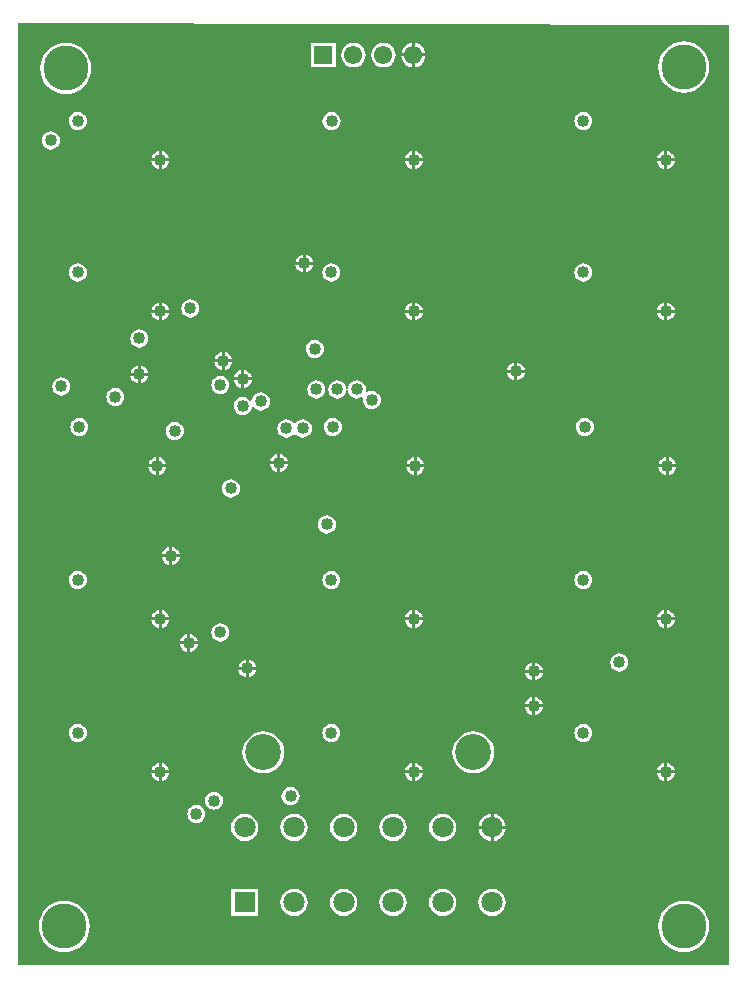
<source format=gbr>
%TF.GenerationSoftware,Altium Limited,Altium Designer,20.0.9 (164)*%
G04 Layer_Physical_Order=3*
G04 Layer_Color=16440176*
%FSLAX26Y26*%
%MOIN*%
%TF.FileFunction,Copper,L3,Inr,Signal*%
%TF.Part,Single*%
G01*
G75*
%TA.AperFunction,ComponentPad*%
%ADD16C,0.070866*%
%ADD17R,0.070866X0.070866*%
%ADD18C,0.119685*%
%ADD19R,0.061024X0.061024*%
%ADD20C,0.061024*%
%TA.AperFunction,ViaPad*%
%ADD21C,0.040000*%
%ADD22C,0.150000*%
G36*
X3645000Y3135000D02*
Y0D01*
X1275000D01*
Y3134989D01*
X1275007Y3136272D01*
X1276550Y3139986D01*
X3645000Y3135000D01*
D02*
G37*
%LPC*%
G36*
X2598752Y3075203D02*
Y3040000D01*
X2633955D01*
X2633221Y3045576D01*
X2629139Y3055431D01*
X2622645Y3063893D01*
X2614182Y3070387D01*
X2604327Y3074469D01*
X2598752Y3075203D01*
D02*
G37*
G36*
X2588752D02*
X2583176Y3074469D01*
X2573321Y3070387D01*
X2564858Y3063893D01*
X2558365Y3055431D01*
X2554283Y3045576D01*
X2553549Y3040000D01*
X2588752D01*
Y3075203D01*
D02*
G37*
G36*
X2633955Y3030000D02*
X2598752D01*
Y2994797D01*
X2604327Y2995531D01*
X2614182Y2999613D01*
X2622645Y3006107D01*
X2629139Y3014569D01*
X2633221Y3024424D01*
X2633955Y3030000D01*
D02*
G37*
G36*
X2588752D02*
X2553549D01*
X2554283Y3024424D01*
X2558365Y3014569D01*
X2564858Y3006107D01*
X2573321Y2999613D01*
X2583176Y2995531D01*
X2588752Y2994797D01*
Y3030000D01*
D02*
G37*
G36*
X2334264Y3075512D02*
X2253240D01*
Y2994488D01*
X2334264D01*
Y3075512D01*
D02*
G37*
G36*
X2493752Y3075861D02*
X2483176Y3074469D01*
X2473321Y3070387D01*
X2464858Y3063893D01*
X2458365Y3055431D01*
X2454283Y3045576D01*
X2452890Y3035000D01*
X2454283Y3024424D01*
X2458365Y3014569D01*
X2464858Y3006107D01*
X2473321Y2999613D01*
X2483176Y2995531D01*
X2493752Y2994139D01*
X2504327Y2995531D01*
X2514182Y2999613D01*
X2522645Y3006107D01*
X2529139Y3014569D01*
X2533221Y3024424D01*
X2534613Y3035000D01*
X2533221Y3045576D01*
X2529139Y3055431D01*
X2522645Y3063893D01*
X2514182Y3070387D01*
X2504327Y3074469D01*
X2493752Y3075861D01*
D02*
G37*
G36*
X2393752D02*
X2383176Y3074469D01*
X2373321Y3070387D01*
X2364858Y3063893D01*
X2358365Y3055431D01*
X2354283Y3045576D01*
X2352890Y3035000D01*
X2354283Y3024424D01*
X2358365Y3014569D01*
X2364858Y3006107D01*
X2373321Y2999613D01*
X2383176Y2995531D01*
X2393752Y2994139D01*
X2404327Y2995531D01*
X2414182Y2999613D01*
X2422645Y3006107D01*
X2429139Y3014569D01*
X2433221Y3024424D01*
X2434613Y3035000D01*
X2433221Y3045576D01*
X2429139Y3055431D01*
X2422645Y3063893D01*
X2414182Y3070387D01*
X2404327Y3074469D01*
X2393752Y3075861D01*
D02*
G37*
G36*
X3495000Y3080411D02*
X3478337Y3078770D01*
X3462314Y3073910D01*
X3447548Y3066017D01*
X3434605Y3055395D01*
X3423983Y3042452D01*
X3416090Y3027686D01*
X3411230Y3011663D01*
X3409589Y2995000D01*
X3411230Y2978337D01*
X3416090Y2962314D01*
X3423983Y2947548D01*
X3434605Y2934605D01*
X3447548Y2923983D01*
X3462314Y2916090D01*
X3478337Y2911230D01*
X3495000Y2909589D01*
X3511663Y2911230D01*
X3527686Y2916090D01*
X3542452Y2923983D01*
X3555395Y2934605D01*
X3566017Y2947548D01*
X3573910Y2962314D01*
X3578770Y2978337D01*
X3580411Y2995000D01*
X3578770Y3011663D01*
X3573910Y3027686D01*
X3566017Y3042452D01*
X3555395Y3055395D01*
X3542452Y3066017D01*
X3527686Y3073910D01*
X3511663Y3078770D01*
X3495000Y3080411D01*
D02*
G37*
G36*
X1435000Y3075411D02*
X1418337Y3073770D01*
X1402314Y3068910D01*
X1387548Y3061017D01*
X1374605Y3050395D01*
X1363983Y3037452D01*
X1356090Y3022686D01*
X1351230Y3006663D01*
X1349589Y2990000D01*
X1351230Y2973337D01*
X1356090Y2957314D01*
X1363983Y2942548D01*
X1374605Y2929605D01*
X1387548Y2918983D01*
X1402314Y2911090D01*
X1418337Y2906230D01*
X1435000Y2904589D01*
X1451663Y2906230D01*
X1467686Y2911090D01*
X1482452Y2918983D01*
X1495395Y2929605D01*
X1506017Y2942548D01*
X1513910Y2957314D01*
X1518770Y2973337D01*
X1520411Y2990000D01*
X1518770Y3006663D01*
X1513910Y3022686D01*
X1506017Y3037452D01*
X1495395Y3050395D01*
X1482452Y3061017D01*
X1467686Y3068910D01*
X1451663Y3073770D01*
X1435000Y3075411D01*
D02*
G37*
G36*
X3160000Y2845259D02*
X3152168Y2844228D01*
X3144871Y2841205D01*
X3138604Y2836396D01*
X3133795Y2830129D01*
X3130772Y2822832D01*
X3129741Y2815000D01*
X3130772Y2807168D01*
X3133795Y2799871D01*
X3138604Y2793604D01*
X3144871Y2788795D01*
X3152168Y2785772D01*
X3160000Y2784741D01*
X3167832Y2785772D01*
X3175129Y2788795D01*
X3181396Y2793604D01*
X3186205Y2799871D01*
X3189228Y2807168D01*
X3190259Y2815000D01*
X3189228Y2822832D01*
X3186205Y2830129D01*
X3181396Y2836396D01*
X3175129Y2841205D01*
X3167832Y2844228D01*
X3160000Y2845259D01*
D02*
G37*
G36*
X1475000D02*
X1467168Y2844228D01*
X1459871Y2841205D01*
X1453604Y2836396D01*
X1448795Y2830129D01*
X1445772Y2822832D01*
X1444741Y2815000D01*
X1445772Y2807168D01*
X1448795Y2799871D01*
X1453604Y2793604D01*
X1459871Y2788795D01*
X1467168Y2785772D01*
X1475000Y2784741D01*
X1482832Y2785772D01*
X1490129Y2788795D01*
X1496396Y2793604D01*
X1501205Y2799871D01*
X1504228Y2807168D01*
X1505259Y2815000D01*
X1504228Y2822832D01*
X1501205Y2830129D01*
X1496396Y2836396D01*
X1490129Y2841205D01*
X1482832Y2844228D01*
X1475000Y2845259D01*
D02*
G37*
G36*
X2320918Y2844341D02*
X2313086Y2843310D01*
X2305788Y2840287D01*
X2299521Y2835479D01*
X2294713Y2829212D01*
X2291690Y2821914D01*
X2290659Y2814082D01*
X2291690Y2806251D01*
X2294713Y2798953D01*
X2299521Y2792686D01*
X2305788Y2787878D01*
X2313086Y2784855D01*
X2320918Y2783824D01*
X2328749Y2784855D01*
X2336047Y2787878D01*
X2342314Y2792686D01*
X2347122Y2798953D01*
X2350145Y2806251D01*
X2351176Y2814082D01*
X2350145Y2821914D01*
X2347122Y2829212D01*
X2342314Y2835479D01*
X2336047Y2840287D01*
X2328749Y2843310D01*
X2320918Y2844341D01*
D02*
G37*
G36*
X1385000Y2780259D02*
X1377168Y2779228D01*
X1369871Y2776205D01*
X1363604Y2771396D01*
X1358795Y2765129D01*
X1355772Y2757832D01*
X1354741Y2750000D01*
X1355772Y2742168D01*
X1358795Y2734871D01*
X1363604Y2728604D01*
X1369871Y2723795D01*
X1377168Y2720772D01*
X1385000Y2719741D01*
X1392832Y2720772D01*
X1400129Y2723795D01*
X1406396Y2728604D01*
X1411205Y2734871D01*
X1414228Y2742168D01*
X1415259Y2750000D01*
X1414228Y2757832D01*
X1411205Y2765129D01*
X1406396Y2771396D01*
X1400129Y2776205D01*
X1392832Y2779228D01*
X1385000Y2780259D01*
D02*
G37*
G36*
X3440000Y2714601D02*
Y2690000D01*
X3464601D01*
X3464228Y2692832D01*
X3461205Y2700129D01*
X3456396Y2706396D01*
X3450129Y2711205D01*
X3442832Y2714228D01*
X3440000Y2714601D01*
D02*
G37*
G36*
X3430000D02*
X3427168Y2714228D01*
X3419871Y2711205D01*
X3413604Y2706396D01*
X3408795Y2700129D01*
X3405772Y2692832D01*
X3405399Y2690000D01*
X3430000D01*
Y2714601D01*
D02*
G37*
G36*
X2600000D02*
Y2690000D01*
X2624601D01*
X2624228Y2692832D01*
X2621205Y2700129D01*
X2616396Y2706396D01*
X2610129Y2711205D01*
X2602832Y2714228D01*
X2600000Y2714601D01*
D02*
G37*
G36*
X2590000D02*
X2587168Y2714228D01*
X2579871Y2711205D01*
X2573604Y2706396D01*
X2568795Y2700129D01*
X2565772Y2692832D01*
X2565399Y2690000D01*
X2590000D01*
Y2714601D01*
D02*
G37*
G36*
X1755000D02*
Y2690000D01*
X1779601D01*
X1779228Y2692832D01*
X1776205Y2700129D01*
X1771396Y2706396D01*
X1765129Y2711205D01*
X1757832Y2714228D01*
X1755000Y2714601D01*
D02*
G37*
G36*
X1745000D02*
X1742168Y2714228D01*
X1734871Y2711205D01*
X1728604Y2706396D01*
X1723795Y2700129D01*
X1720772Y2692832D01*
X1720399Y2690000D01*
X1745000D01*
Y2714601D01*
D02*
G37*
G36*
X3464601Y2680000D02*
X3440000D01*
Y2655399D01*
X3442832Y2655772D01*
X3450129Y2658795D01*
X3456396Y2663604D01*
X3461205Y2669871D01*
X3464228Y2677168D01*
X3464601Y2680000D01*
D02*
G37*
G36*
X3430000D02*
X3405399D01*
X3405772Y2677168D01*
X3408795Y2669871D01*
X3413604Y2663604D01*
X3419871Y2658795D01*
X3427168Y2655772D01*
X3430000Y2655399D01*
Y2680000D01*
D02*
G37*
G36*
X2624601D02*
X2600000D01*
Y2655399D01*
X2602832Y2655772D01*
X2610129Y2658795D01*
X2616396Y2663604D01*
X2621205Y2669871D01*
X2624228Y2677168D01*
X2624601Y2680000D01*
D02*
G37*
G36*
X2590000D02*
X2565399D01*
X2565772Y2677168D01*
X2568795Y2669871D01*
X2573604Y2663604D01*
X2579871Y2658795D01*
X2587168Y2655772D01*
X2590000Y2655399D01*
Y2680000D01*
D02*
G37*
G36*
X1779601D02*
X1755000D01*
Y2655399D01*
X1757832Y2655772D01*
X1765129Y2658795D01*
X1771396Y2663604D01*
X1776205Y2669871D01*
X1779228Y2677168D01*
X1779601Y2680000D01*
D02*
G37*
G36*
X1745000D02*
X1720399D01*
X1720772Y2677168D01*
X1723795Y2669871D01*
X1728604Y2663604D01*
X1734871Y2658795D01*
X1742168Y2655772D01*
X1745000Y2655399D01*
Y2680000D01*
D02*
G37*
G36*
X2235000Y2369601D02*
Y2345000D01*
X2259601D01*
X2259228Y2347832D01*
X2256205Y2355129D01*
X2251396Y2361396D01*
X2245129Y2366205D01*
X2237832Y2369228D01*
X2235000Y2369601D01*
D02*
G37*
G36*
X2225000D02*
X2222168Y2369228D01*
X2214871Y2366205D01*
X2208604Y2361396D01*
X2203795Y2355129D01*
X2200772Y2347832D01*
X2200399Y2345000D01*
X2225000D01*
Y2369601D01*
D02*
G37*
G36*
X2259601Y2335000D02*
X2235000D01*
Y2310399D01*
X2237832Y2310772D01*
X2245129Y2313795D01*
X2251396Y2318604D01*
X2256205Y2324871D01*
X2259228Y2332168D01*
X2259601Y2335000D01*
D02*
G37*
G36*
X2225000D02*
X2200399D01*
X2200772Y2332168D01*
X2203795Y2324871D01*
X2208604Y2318604D01*
X2214871Y2313795D01*
X2222168Y2310772D01*
X2225000Y2310399D01*
Y2335000D01*
D02*
G37*
G36*
X3160000Y2340259D02*
X3152168Y2339228D01*
X3144871Y2336205D01*
X3138604Y2331396D01*
X3133795Y2325129D01*
X3130772Y2317832D01*
X3129741Y2310000D01*
X3130772Y2302168D01*
X3133795Y2294871D01*
X3138604Y2288604D01*
X3144871Y2283795D01*
X3152168Y2280772D01*
X3160000Y2279741D01*
X3167832Y2280772D01*
X3175129Y2283795D01*
X3181396Y2288604D01*
X3186205Y2294871D01*
X3189228Y2302168D01*
X3190259Y2310000D01*
X3189228Y2317832D01*
X3186205Y2325129D01*
X3181396Y2331396D01*
X3175129Y2336205D01*
X3167832Y2339228D01*
X3160000Y2340259D01*
D02*
G37*
G36*
X2320000D02*
X2312168Y2339228D01*
X2304871Y2336205D01*
X2298604Y2331396D01*
X2293795Y2325129D01*
X2290772Y2317832D01*
X2289741Y2310000D01*
X2290772Y2302168D01*
X2293795Y2294871D01*
X2298604Y2288604D01*
X2304871Y2283795D01*
X2312168Y2280772D01*
X2320000Y2279741D01*
X2327832Y2280772D01*
X2335129Y2283795D01*
X2341396Y2288604D01*
X2346205Y2294871D01*
X2349228Y2302168D01*
X2350259Y2310000D01*
X2349228Y2317832D01*
X2346205Y2325129D01*
X2341396Y2331396D01*
X2335129Y2336205D01*
X2327832Y2339228D01*
X2320000Y2340259D01*
D02*
G37*
G36*
X1475000D02*
X1467168Y2339228D01*
X1459871Y2336205D01*
X1453604Y2331396D01*
X1448795Y2325129D01*
X1445772Y2317832D01*
X1444741Y2310000D01*
X1445772Y2302168D01*
X1448795Y2294871D01*
X1453604Y2288604D01*
X1459871Y2283795D01*
X1467168Y2280772D01*
X1475000Y2279741D01*
X1482832Y2280772D01*
X1490129Y2283795D01*
X1496396Y2288604D01*
X1501205Y2294871D01*
X1504228Y2302168D01*
X1505259Y2310000D01*
X1504228Y2317832D01*
X1501205Y2325129D01*
X1496396Y2331396D01*
X1490129Y2336205D01*
X1482832Y2339228D01*
X1475000Y2340259D01*
D02*
G37*
G36*
X3440000Y2209601D02*
Y2185000D01*
X3464601D01*
X3464228Y2187832D01*
X3461205Y2195129D01*
X3456396Y2201396D01*
X3450129Y2206205D01*
X3442832Y2209228D01*
X3440000Y2209601D01*
D02*
G37*
G36*
X3430000D02*
X3427168Y2209228D01*
X3419871Y2206205D01*
X3413604Y2201396D01*
X3408795Y2195129D01*
X3405772Y2187832D01*
X3405399Y2185000D01*
X3430000D01*
Y2209601D01*
D02*
G37*
G36*
X2600000D02*
Y2185000D01*
X2624601D01*
X2624228Y2187832D01*
X2621205Y2195129D01*
X2616396Y2201396D01*
X2610129Y2206205D01*
X2602832Y2209228D01*
X2600000Y2209601D01*
D02*
G37*
G36*
X2590000D02*
X2587168Y2209228D01*
X2579871Y2206205D01*
X2573604Y2201396D01*
X2568795Y2195129D01*
X2565772Y2187832D01*
X2565399Y2185000D01*
X2590000D01*
Y2209601D01*
D02*
G37*
G36*
X1755000D02*
Y2185000D01*
X1779601D01*
X1779228Y2187832D01*
X1776205Y2195129D01*
X1771396Y2201396D01*
X1765129Y2206205D01*
X1757832Y2209228D01*
X1755000Y2209601D01*
D02*
G37*
G36*
X1745000D02*
X1742168Y2209228D01*
X1734871Y2206205D01*
X1728604Y2201396D01*
X1723795Y2195129D01*
X1720772Y2187832D01*
X1720399Y2185000D01*
X1745000D01*
Y2209601D01*
D02*
G37*
G36*
X1850000Y2220259D02*
X1842168Y2219228D01*
X1834871Y2216205D01*
X1828604Y2211396D01*
X1823795Y2205129D01*
X1820772Y2197832D01*
X1819741Y2190000D01*
X1820772Y2182168D01*
X1823795Y2174871D01*
X1828604Y2168604D01*
X1834871Y2163795D01*
X1842168Y2160772D01*
X1850000Y2159741D01*
X1857832Y2160772D01*
X1865129Y2163795D01*
X1871396Y2168604D01*
X1876205Y2174871D01*
X1879228Y2182168D01*
X1880259Y2190000D01*
X1879228Y2197832D01*
X1876205Y2205129D01*
X1871396Y2211396D01*
X1865129Y2216205D01*
X1857832Y2219228D01*
X1850000Y2220259D01*
D02*
G37*
G36*
X3464601Y2175000D02*
X3440000D01*
Y2150399D01*
X3442832Y2150772D01*
X3450129Y2153795D01*
X3456396Y2158604D01*
X3461205Y2164871D01*
X3464228Y2172168D01*
X3464601Y2175000D01*
D02*
G37*
G36*
X3430000D02*
X3405399D01*
X3405772Y2172168D01*
X3408795Y2164871D01*
X3413604Y2158604D01*
X3419871Y2153795D01*
X3427168Y2150772D01*
X3430000Y2150399D01*
Y2175000D01*
D02*
G37*
G36*
X2624601D02*
X2600000D01*
Y2150399D01*
X2602832Y2150772D01*
X2610129Y2153795D01*
X2616396Y2158604D01*
X2621205Y2164871D01*
X2624228Y2172168D01*
X2624601Y2175000D01*
D02*
G37*
G36*
X2590000D02*
X2565399D01*
X2565772Y2172168D01*
X2568795Y2164871D01*
X2573604Y2158604D01*
X2579871Y2153795D01*
X2587168Y2150772D01*
X2590000Y2150399D01*
Y2175000D01*
D02*
G37*
G36*
X1779601D02*
X1755000D01*
Y2150399D01*
X1757832Y2150772D01*
X1765129Y2153795D01*
X1771396Y2158604D01*
X1776205Y2164871D01*
X1779228Y2172168D01*
X1779601Y2175000D01*
D02*
G37*
G36*
X1745000D02*
X1720399D01*
X1720772Y2172168D01*
X1723795Y2164871D01*
X1728604Y2158604D01*
X1734871Y2153795D01*
X1742168Y2150772D01*
X1745000Y2150399D01*
Y2175000D01*
D02*
G37*
G36*
X1680000Y2120259D02*
X1672168Y2119228D01*
X1664871Y2116205D01*
X1658604Y2111396D01*
X1653795Y2105129D01*
X1650772Y2097832D01*
X1649741Y2090000D01*
X1650772Y2082168D01*
X1653795Y2074871D01*
X1658604Y2068604D01*
X1664871Y2063795D01*
X1672168Y2060772D01*
X1680000Y2059741D01*
X1687832Y2060772D01*
X1695129Y2063795D01*
X1701396Y2068604D01*
X1706205Y2074871D01*
X1709228Y2082168D01*
X1710259Y2090000D01*
X1709228Y2097832D01*
X1706205Y2105129D01*
X1701396Y2111396D01*
X1695129Y2116205D01*
X1687832Y2119228D01*
X1680000Y2120259D01*
D02*
G37*
G36*
X2265000Y2085259D02*
X2257168Y2084228D01*
X2249871Y2081205D01*
X2243604Y2076396D01*
X2238795Y2070129D01*
X2235772Y2062832D01*
X2234741Y2055000D01*
X2235772Y2047168D01*
X2238795Y2039871D01*
X2243604Y2033604D01*
X2249871Y2028795D01*
X2257168Y2025772D01*
X2265000Y2024741D01*
X2272832Y2025772D01*
X2280129Y2028795D01*
X2286396Y2033604D01*
X2291205Y2039871D01*
X2294228Y2047168D01*
X2295259Y2055000D01*
X2294228Y2062832D01*
X2291205Y2070129D01*
X2286396Y2076396D01*
X2280129Y2081205D01*
X2272832Y2084228D01*
X2265000Y2085259D01*
D02*
G37*
G36*
X1965000Y2044601D02*
Y2020000D01*
X1989601D01*
X1989228Y2022832D01*
X1986205Y2030129D01*
X1981396Y2036396D01*
X1975129Y2041205D01*
X1967832Y2044228D01*
X1965000Y2044601D01*
D02*
G37*
G36*
X1955000D02*
X1952168Y2044228D01*
X1944871Y2041205D01*
X1938604Y2036396D01*
X1933795Y2030129D01*
X1930772Y2022832D01*
X1930399Y2020000D01*
X1955000D01*
Y2044601D01*
D02*
G37*
G36*
X1989601Y2010000D02*
X1965000D01*
Y1985399D01*
X1967832Y1985772D01*
X1975129Y1988795D01*
X1981396Y1993604D01*
X1986205Y1999871D01*
X1989228Y2007168D01*
X1989601Y2010000D01*
D02*
G37*
G36*
X1955000D02*
X1930399D01*
X1930772Y2007168D01*
X1933795Y1999871D01*
X1938604Y1993604D01*
X1944871Y1988795D01*
X1952168Y1985772D01*
X1955000Y1985399D01*
Y2010000D01*
D02*
G37*
G36*
X2940000Y2009601D02*
Y1985000D01*
X2964601D01*
X2964228Y1987832D01*
X2961205Y1995129D01*
X2956396Y2001396D01*
X2950129Y2006205D01*
X2942832Y2009228D01*
X2940000Y2009601D01*
D02*
G37*
G36*
X2930000D02*
X2927168Y2009228D01*
X2919871Y2006205D01*
X2913604Y2001396D01*
X2908795Y1995129D01*
X2905772Y1987832D01*
X2905399Y1985000D01*
X2930000D01*
Y2009601D01*
D02*
G37*
G36*
X1685000Y1999601D02*
Y1975000D01*
X1709601D01*
X1709228Y1977832D01*
X1706205Y1985129D01*
X1701396Y1991396D01*
X1695129Y1996205D01*
X1687832Y1999228D01*
X1685000Y1999601D01*
D02*
G37*
G36*
X1675000D02*
X1672168Y1999228D01*
X1664871Y1996205D01*
X1658604Y1991396D01*
X1653795Y1985129D01*
X1650772Y1977832D01*
X1650399Y1975000D01*
X1675000D01*
Y1999601D01*
D02*
G37*
G36*
X2030000Y1984601D02*
Y1960000D01*
X2054601D01*
X2054228Y1962832D01*
X2051205Y1970129D01*
X2046396Y1976396D01*
X2040129Y1981205D01*
X2032832Y1984228D01*
X2030000Y1984601D01*
D02*
G37*
G36*
X2020000D02*
X2017168Y1984228D01*
X2009871Y1981205D01*
X2003604Y1976396D01*
X1998795Y1970129D01*
X1995772Y1962832D01*
X1995399Y1960000D01*
X2020000D01*
Y1984601D01*
D02*
G37*
G36*
X2964601Y1975000D02*
X2940000D01*
Y1950399D01*
X2942832Y1950772D01*
X2950129Y1953795D01*
X2956396Y1958604D01*
X2961205Y1964871D01*
X2964228Y1972168D01*
X2964601Y1975000D01*
D02*
G37*
G36*
X2930000D02*
X2905399D01*
X2905772Y1972168D01*
X2908795Y1964871D01*
X2913604Y1958604D01*
X2919871Y1953795D01*
X2927168Y1950772D01*
X2930000Y1950399D01*
Y1975000D01*
D02*
G37*
G36*
X1709601Y1965000D02*
X1685000D01*
Y1940399D01*
X1687832Y1940772D01*
X1695129Y1943795D01*
X1701396Y1948604D01*
X1706205Y1954871D01*
X1709228Y1962168D01*
X1709601Y1965000D01*
D02*
G37*
G36*
X1675000D02*
X1650399D01*
X1650772Y1962168D01*
X1653795Y1954871D01*
X1658604Y1948604D01*
X1664871Y1943795D01*
X1672168Y1940772D01*
X1675000Y1940399D01*
Y1965000D01*
D02*
G37*
G36*
X2054601Y1950000D02*
X2030000D01*
Y1925399D01*
X2032832Y1925772D01*
X2040129Y1928795D01*
X2046396Y1933604D01*
X2051205Y1939871D01*
X2054228Y1947168D01*
X2054601Y1950000D01*
D02*
G37*
G36*
X2020000D02*
X1995399D01*
X1995772Y1947168D01*
X1998795Y1939871D01*
X2003604Y1933604D01*
X2009871Y1928795D01*
X2017168Y1925772D01*
X2020000Y1925399D01*
Y1950000D01*
D02*
G37*
G36*
X2405000Y1950259D02*
X2397168Y1949228D01*
X2389871Y1946205D01*
X2383604Y1941396D01*
X2378795Y1935129D01*
X2375772Y1927832D01*
X2375114Y1922831D01*
X2375021Y1922131D01*
X2369979D01*
X2369886Y1922831D01*
X2369228Y1927832D01*
X2366205Y1935129D01*
X2361396Y1941396D01*
X2355129Y1946205D01*
X2347832Y1949228D01*
X2340000Y1950259D01*
X2332168Y1949228D01*
X2324871Y1946205D01*
X2318604Y1941396D01*
X2313795Y1935129D01*
X2310772Y1927832D01*
X2309741Y1920000D01*
X2310772Y1912168D01*
X2313795Y1904871D01*
X2318604Y1898604D01*
X2324871Y1893795D01*
X2332168Y1890772D01*
X2340000Y1889741D01*
X2347832Y1890772D01*
X2355129Y1893795D01*
X2361396Y1898604D01*
X2366205Y1904871D01*
X2369228Y1912168D01*
X2369886Y1917169D01*
X2369979Y1917869D01*
X2375021D01*
X2375114Y1917169D01*
X2375772Y1912168D01*
X2378795Y1904871D01*
X2383604Y1898604D01*
X2389871Y1893795D01*
X2397168Y1890772D01*
X2405000Y1889741D01*
X2412832Y1890772D01*
X2420129Y1893795D01*
X2421153Y1894580D01*
X2423022Y1893873D01*
X2425624Y1891709D01*
X2424741Y1885000D01*
X2425772Y1877168D01*
X2428795Y1869871D01*
X2433604Y1863604D01*
X2439871Y1858795D01*
X2447168Y1855772D01*
X2455000Y1854741D01*
X2462832Y1855772D01*
X2470129Y1858795D01*
X2476396Y1863604D01*
X2481205Y1869871D01*
X2484228Y1877168D01*
X2485259Y1885000D01*
X2484228Y1892832D01*
X2481205Y1900129D01*
X2476396Y1906396D01*
X2470129Y1911205D01*
X2462832Y1914228D01*
X2455000Y1915259D01*
X2447168Y1914228D01*
X2439871Y1911205D01*
X2438847Y1910420D01*
X2436978Y1911127D01*
X2434376Y1913291D01*
X2435259Y1920000D01*
X2434228Y1927832D01*
X2431205Y1935129D01*
X2426396Y1941396D01*
X2420129Y1946205D01*
X2412832Y1949228D01*
X2405000Y1950259D01*
D02*
G37*
G36*
X1950000Y1965259D02*
X1942168Y1964228D01*
X1934871Y1961205D01*
X1928604Y1956396D01*
X1923795Y1950129D01*
X1920772Y1942832D01*
X1919741Y1935000D01*
X1920772Y1927168D01*
X1923795Y1919871D01*
X1928604Y1913604D01*
X1934871Y1908795D01*
X1942168Y1905772D01*
X1950000Y1904741D01*
X1957832Y1905772D01*
X1965129Y1908795D01*
X1971396Y1913604D01*
X1976205Y1919871D01*
X1979228Y1927168D01*
X1980259Y1935000D01*
X1979228Y1942832D01*
X1976205Y1950129D01*
X1971396Y1956396D01*
X1965129Y1961205D01*
X1957832Y1964228D01*
X1950000Y1965259D01*
D02*
G37*
G36*
X1420000Y1960259D02*
X1412168Y1959228D01*
X1404871Y1956205D01*
X1398604Y1951396D01*
X1393795Y1945129D01*
X1390772Y1937832D01*
X1389741Y1930000D01*
X1390772Y1922168D01*
X1393795Y1914871D01*
X1398604Y1908604D01*
X1404871Y1903795D01*
X1412168Y1900772D01*
X1420000Y1899741D01*
X1427832Y1900772D01*
X1435129Y1903795D01*
X1441396Y1908604D01*
X1446205Y1914871D01*
X1449228Y1922168D01*
X1450259Y1930000D01*
X1449228Y1937832D01*
X1446205Y1945129D01*
X1441396Y1951396D01*
X1435129Y1956205D01*
X1427832Y1959228D01*
X1420000Y1960259D01*
D02*
G37*
G36*
X2270000Y1950259D02*
X2262168Y1949228D01*
X2254871Y1946205D01*
X2248604Y1941396D01*
X2243795Y1935129D01*
X2240772Y1927832D01*
X2239741Y1920000D01*
X2240772Y1912168D01*
X2243795Y1904871D01*
X2248604Y1898604D01*
X2254871Y1893795D01*
X2262168Y1890772D01*
X2270000Y1889741D01*
X2277832Y1890772D01*
X2285129Y1893795D01*
X2291396Y1898604D01*
X2296205Y1904871D01*
X2299228Y1912168D01*
X2300259Y1920000D01*
X2299228Y1927832D01*
X2296205Y1935129D01*
X2291396Y1941396D01*
X2285129Y1946205D01*
X2277832Y1949228D01*
X2270000Y1950259D01*
D02*
G37*
G36*
X2085000Y1910259D02*
X2077168Y1909228D01*
X2069871Y1906205D01*
X2063604Y1901396D01*
X2058795Y1895129D01*
X2055772Y1887832D01*
X2055161Y1883188D01*
X2049933Y1881787D01*
X2046396Y1886396D01*
X2040129Y1891205D01*
X2032832Y1894228D01*
X2025000Y1895259D01*
X2017168Y1894228D01*
X2009871Y1891205D01*
X2003604Y1886396D01*
X1998795Y1880129D01*
X1995772Y1872832D01*
X1994741Y1865000D01*
X1995772Y1857168D01*
X1998795Y1849871D01*
X2003604Y1843604D01*
X2009871Y1838795D01*
X2017168Y1835772D01*
X2025000Y1834741D01*
X2032832Y1835772D01*
X2040129Y1838795D01*
X2046396Y1843604D01*
X2051205Y1849871D01*
X2054228Y1857168D01*
X2054839Y1861812D01*
X2060067Y1863213D01*
X2063604Y1858604D01*
X2069871Y1853795D01*
X2077168Y1850772D01*
X2085000Y1849741D01*
X2092832Y1850772D01*
X2100129Y1853795D01*
X2106396Y1858604D01*
X2111205Y1864871D01*
X2114228Y1872168D01*
X2115259Y1880000D01*
X2114228Y1887832D01*
X2111205Y1895129D01*
X2106396Y1901396D01*
X2100129Y1906205D01*
X2092832Y1909228D01*
X2085000Y1910259D01*
D02*
G37*
G36*
X1600000Y1925259D02*
X1592168Y1924228D01*
X1584871Y1921205D01*
X1578604Y1916396D01*
X1573795Y1910129D01*
X1570772Y1902832D01*
X1569741Y1895000D01*
X1570772Y1887168D01*
X1573795Y1879871D01*
X1578604Y1873604D01*
X1584871Y1868795D01*
X1592168Y1865772D01*
X1600000Y1864741D01*
X1607832Y1865772D01*
X1615129Y1868795D01*
X1621396Y1873604D01*
X1626205Y1879871D01*
X1629228Y1887168D01*
X1630259Y1895000D01*
X1629228Y1902832D01*
X1626205Y1910129D01*
X1621396Y1916396D01*
X1615129Y1921205D01*
X1607832Y1924228D01*
X1600000Y1925259D01*
D02*
G37*
G36*
X2225000Y1820259D02*
X2217168Y1819228D01*
X2209871Y1816205D01*
X2203604Y1811396D01*
X2200507Y1807360D01*
X2200288Y1807247D01*
X2194712D01*
X2194493Y1807360D01*
X2191396Y1811396D01*
X2185129Y1816205D01*
X2177832Y1819228D01*
X2170000Y1820259D01*
X2162168Y1819228D01*
X2154871Y1816205D01*
X2148604Y1811396D01*
X2143795Y1805129D01*
X2140772Y1797832D01*
X2139741Y1790000D01*
X2140772Y1782168D01*
X2143795Y1774871D01*
X2148604Y1768604D01*
X2154871Y1763795D01*
X2162168Y1760772D01*
X2170000Y1759741D01*
X2177832Y1760772D01*
X2185129Y1763795D01*
X2191396Y1768604D01*
X2194493Y1772640D01*
X2194712Y1772753D01*
X2200288D01*
X2200507Y1772640D01*
X2203604Y1768604D01*
X2209871Y1763795D01*
X2217168Y1760772D01*
X2225000Y1759741D01*
X2232832Y1760772D01*
X2240129Y1763795D01*
X2246396Y1768604D01*
X2251205Y1774871D01*
X2254228Y1782168D01*
X2255259Y1790000D01*
X2254228Y1797832D01*
X2251205Y1805129D01*
X2246396Y1811396D01*
X2240129Y1816205D01*
X2232832Y1819228D01*
X2225000Y1820259D01*
D02*
G37*
G36*
X3165000Y1825259D02*
X3157168Y1824228D01*
X3149871Y1821205D01*
X3143604Y1816396D01*
X3138795Y1810129D01*
X3135772Y1802832D01*
X3134741Y1795000D01*
X3135772Y1787168D01*
X3138795Y1779871D01*
X3143604Y1773604D01*
X3149871Y1768795D01*
X3157168Y1765772D01*
X3165000Y1764741D01*
X3172832Y1765772D01*
X3180129Y1768795D01*
X3186396Y1773604D01*
X3191205Y1779871D01*
X3194228Y1787168D01*
X3195259Y1795000D01*
X3194228Y1802832D01*
X3191205Y1810129D01*
X3186396Y1816396D01*
X3180129Y1821205D01*
X3172832Y1824228D01*
X3165000Y1825259D01*
D02*
G37*
G36*
X2325000D02*
X2317168Y1824228D01*
X2309871Y1821205D01*
X2303604Y1816396D01*
X2298795Y1810129D01*
X2295772Y1802832D01*
X2294741Y1795000D01*
X2295772Y1787168D01*
X2298795Y1779871D01*
X2303604Y1773604D01*
X2309871Y1768795D01*
X2317168Y1765772D01*
X2325000Y1764741D01*
X2332832Y1765772D01*
X2340129Y1768795D01*
X2346396Y1773604D01*
X2351205Y1779871D01*
X2354228Y1787168D01*
X2355259Y1795000D01*
X2354228Y1802832D01*
X2351205Y1810129D01*
X2346396Y1816396D01*
X2340129Y1821205D01*
X2332832Y1824228D01*
X2325000Y1825259D01*
D02*
G37*
G36*
X1480000D02*
X1472168Y1824228D01*
X1464871Y1821205D01*
X1458604Y1816396D01*
X1453795Y1810129D01*
X1450772Y1802832D01*
X1449741Y1795000D01*
X1450772Y1787168D01*
X1453795Y1779871D01*
X1458604Y1773604D01*
X1464871Y1768795D01*
X1472168Y1765772D01*
X1480000Y1764741D01*
X1487832Y1765772D01*
X1495129Y1768795D01*
X1501396Y1773604D01*
X1506205Y1779871D01*
X1509228Y1787168D01*
X1510259Y1795000D01*
X1509228Y1802832D01*
X1506205Y1810129D01*
X1501396Y1816396D01*
X1495129Y1821205D01*
X1487832Y1824228D01*
X1480000Y1825259D01*
D02*
G37*
G36*
X1798458Y1811801D02*
X1790627Y1810770D01*
X1783329Y1807747D01*
X1777062Y1802938D01*
X1772253Y1796671D01*
X1769230Y1789373D01*
X1768199Y1781542D01*
X1769230Y1773710D01*
X1772253Y1766412D01*
X1777062Y1760145D01*
X1783329Y1755337D01*
X1790627Y1752314D01*
X1798458Y1751283D01*
X1806290Y1752314D01*
X1813588Y1755337D01*
X1819855Y1760145D01*
X1824663Y1766412D01*
X1827686Y1773710D01*
X1828717Y1781542D01*
X1827686Y1789373D01*
X1824663Y1796671D01*
X1819855Y1802938D01*
X1813588Y1807747D01*
X1806290Y1810770D01*
X1798458Y1811801D01*
D02*
G37*
G36*
X2150000Y1704601D02*
Y1680000D01*
X2174601D01*
X2174228Y1682832D01*
X2171205Y1690129D01*
X2166396Y1696396D01*
X2160129Y1701205D01*
X2152832Y1704228D01*
X2150000Y1704601D01*
D02*
G37*
G36*
X2140000D02*
X2137168Y1704228D01*
X2129871Y1701205D01*
X2123604Y1696396D01*
X2118795Y1690129D01*
X2115772Y1682832D01*
X2115399Y1680000D01*
X2140000D01*
Y1704601D01*
D02*
G37*
G36*
X3445000Y1694601D02*
Y1670000D01*
X3469601D01*
X3469228Y1672832D01*
X3466205Y1680129D01*
X3461396Y1686396D01*
X3455129Y1691205D01*
X3447832Y1694228D01*
X3445000Y1694601D01*
D02*
G37*
G36*
X3435000D02*
X3432168Y1694228D01*
X3424871Y1691205D01*
X3418604Y1686396D01*
X3413795Y1680129D01*
X3410772Y1672832D01*
X3410399Y1670000D01*
X3435000D01*
Y1694601D01*
D02*
G37*
G36*
X2605000D02*
Y1670000D01*
X2629601D01*
X2629228Y1672832D01*
X2626205Y1680129D01*
X2621396Y1686396D01*
X2615129Y1691205D01*
X2607832Y1694228D01*
X2605000Y1694601D01*
D02*
G37*
G36*
X2595000D02*
X2592168Y1694228D01*
X2584871Y1691205D01*
X2578604Y1686396D01*
X2573795Y1680129D01*
X2570772Y1672832D01*
X2570399Y1670000D01*
X2595000D01*
Y1694601D01*
D02*
G37*
G36*
X1745000D02*
Y1670000D01*
X1769601D01*
X1769228Y1672832D01*
X1766205Y1680129D01*
X1761396Y1686396D01*
X1755129Y1691205D01*
X1747832Y1694228D01*
X1745000Y1694601D01*
D02*
G37*
G36*
X1735000D02*
X1732168Y1694228D01*
X1724871Y1691205D01*
X1718604Y1686396D01*
X1713795Y1680129D01*
X1710772Y1672832D01*
X1710399Y1670000D01*
X1735000D01*
Y1694601D01*
D02*
G37*
G36*
X2174601Y1670000D02*
X2150000D01*
Y1645399D01*
X2152832Y1645772D01*
X2160129Y1648795D01*
X2166396Y1653604D01*
X2171205Y1659871D01*
X2174228Y1667168D01*
X2174601Y1670000D01*
D02*
G37*
G36*
X2140000D02*
X2115399D01*
X2115772Y1667168D01*
X2118795Y1659871D01*
X2123604Y1653604D01*
X2129871Y1648795D01*
X2137168Y1645772D01*
X2140000Y1645399D01*
Y1670000D01*
D02*
G37*
G36*
X3469601Y1660000D02*
X3445000D01*
Y1635399D01*
X3447832Y1635772D01*
X3455129Y1638795D01*
X3461396Y1643604D01*
X3466205Y1649871D01*
X3469228Y1657168D01*
X3469601Y1660000D01*
D02*
G37*
G36*
X3435000D02*
X3410399D01*
X3410772Y1657168D01*
X3413795Y1649871D01*
X3418604Y1643604D01*
X3424871Y1638795D01*
X3432168Y1635772D01*
X3435000Y1635399D01*
Y1660000D01*
D02*
G37*
G36*
X2629601D02*
X2605000D01*
Y1635399D01*
X2607832Y1635772D01*
X2615129Y1638795D01*
X2621396Y1643604D01*
X2626205Y1649871D01*
X2629228Y1657168D01*
X2629601Y1660000D01*
D02*
G37*
G36*
X2595000D02*
X2570399D01*
X2570772Y1657168D01*
X2573795Y1649871D01*
X2578604Y1643604D01*
X2584871Y1638795D01*
X2592168Y1635772D01*
X2595000Y1635399D01*
Y1660000D01*
D02*
G37*
G36*
X1769601D02*
X1745000D01*
Y1635399D01*
X1747832Y1635772D01*
X1755129Y1638795D01*
X1761396Y1643604D01*
X1766205Y1649871D01*
X1769228Y1657168D01*
X1769601Y1660000D01*
D02*
G37*
G36*
X1735000D02*
X1710399D01*
X1710772Y1657168D01*
X1713795Y1649871D01*
X1718604Y1643604D01*
X1724871Y1638795D01*
X1732168Y1635772D01*
X1735000Y1635399D01*
Y1660000D01*
D02*
G37*
G36*
X1985000Y1620259D02*
X1977168Y1619228D01*
X1969871Y1616205D01*
X1963604Y1611396D01*
X1958795Y1605129D01*
X1955772Y1597832D01*
X1954741Y1590000D01*
X1955772Y1582168D01*
X1958795Y1574871D01*
X1963604Y1568604D01*
X1969871Y1563795D01*
X1977168Y1560772D01*
X1985000Y1559741D01*
X1992832Y1560772D01*
X2000129Y1563795D01*
X2006396Y1568604D01*
X2011205Y1574871D01*
X2014228Y1582168D01*
X2015259Y1590000D01*
X2014228Y1597832D01*
X2011205Y1605129D01*
X2006396Y1611396D01*
X2000129Y1616205D01*
X1992832Y1619228D01*
X1985000Y1620259D01*
D02*
G37*
G36*
X2305000Y1500259D02*
X2297168Y1499228D01*
X2289871Y1496205D01*
X2283604Y1491396D01*
X2278795Y1485129D01*
X2275772Y1477832D01*
X2274741Y1470000D01*
X2275772Y1462168D01*
X2278795Y1454871D01*
X2283604Y1448604D01*
X2289871Y1443795D01*
X2297168Y1440772D01*
X2305000Y1439741D01*
X2312832Y1440772D01*
X2320129Y1443795D01*
X2326396Y1448604D01*
X2331205Y1454871D01*
X2334228Y1462168D01*
X2335259Y1470000D01*
X2334228Y1477832D01*
X2331205Y1485129D01*
X2326396Y1491396D01*
X2320129Y1496205D01*
X2312832Y1499228D01*
X2305000Y1500259D01*
D02*
G37*
G36*
X1790000Y1394601D02*
Y1370000D01*
X1814601D01*
X1814228Y1372832D01*
X1811205Y1380129D01*
X1806396Y1386396D01*
X1800129Y1391205D01*
X1792832Y1394228D01*
X1790000Y1394601D01*
D02*
G37*
G36*
X1780000D02*
X1777168Y1394228D01*
X1769871Y1391205D01*
X1763604Y1386396D01*
X1758795Y1380129D01*
X1755772Y1372832D01*
X1755399Y1370000D01*
X1780000D01*
Y1394601D01*
D02*
G37*
G36*
X1814601Y1360000D02*
X1790000D01*
Y1335399D01*
X1792832Y1335772D01*
X1800129Y1338795D01*
X1806396Y1343604D01*
X1811205Y1349871D01*
X1814228Y1357168D01*
X1814601Y1360000D01*
D02*
G37*
G36*
X1780000D02*
X1755399D01*
X1755772Y1357168D01*
X1758795Y1349871D01*
X1763604Y1343604D01*
X1769871Y1338795D01*
X1777168Y1335772D01*
X1780000Y1335399D01*
Y1360000D01*
D02*
G37*
G36*
X3160000Y1315259D02*
X3152168Y1314228D01*
X3144871Y1311205D01*
X3138604Y1306396D01*
X3133795Y1300129D01*
X3130772Y1292832D01*
X3129741Y1285000D01*
X3130772Y1277168D01*
X3133795Y1269871D01*
X3138604Y1263604D01*
X3144871Y1258795D01*
X3152168Y1255772D01*
X3160000Y1254741D01*
X3167832Y1255772D01*
X3175129Y1258795D01*
X3181396Y1263604D01*
X3186205Y1269871D01*
X3189228Y1277168D01*
X3190259Y1285000D01*
X3189228Y1292832D01*
X3186205Y1300129D01*
X3181396Y1306396D01*
X3175129Y1311205D01*
X3167832Y1314228D01*
X3160000Y1315259D01*
D02*
G37*
G36*
X2320000D02*
X2312168Y1314228D01*
X2304871Y1311205D01*
X2298604Y1306396D01*
X2293795Y1300129D01*
X2290772Y1292832D01*
X2289741Y1285000D01*
X2290772Y1277168D01*
X2293795Y1269871D01*
X2298604Y1263604D01*
X2304871Y1258795D01*
X2312168Y1255772D01*
X2320000Y1254741D01*
X2327832Y1255772D01*
X2335129Y1258795D01*
X2341396Y1263604D01*
X2346205Y1269871D01*
X2349228Y1277168D01*
X2350259Y1285000D01*
X2349228Y1292832D01*
X2346205Y1300129D01*
X2341396Y1306396D01*
X2335129Y1311205D01*
X2327832Y1314228D01*
X2320000Y1315259D01*
D02*
G37*
G36*
X1475000D02*
X1467168Y1314228D01*
X1459871Y1311205D01*
X1453604Y1306396D01*
X1448795Y1300129D01*
X1445772Y1292832D01*
X1444741Y1285000D01*
X1445772Y1277168D01*
X1448795Y1269871D01*
X1453604Y1263604D01*
X1459871Y1258795D01*
X1467168Y1255772D01*
X1475000Y1254741D01*
X1482832Y1255772D01*
X1490129Y1258795D01*
X1496396Y1263604D01*
X1501205Y1269871D01*
X1504228Y1277168D01*
X1505259Y1285000D01*
X1504228Y1292832D01*
X1501205Y1300129D01*
X1496396Y1306396D01*
X1490129Y1311205D01*
X1482832Y1314228D01*
X1475000Y1315259D01*
D02*
G37*
G36*
X3440000Y1184601D02*
Y1160000D01*
X3464601D01*
X3464228Y1162832D01*
X3461205Y1170129D01*
X3456396Y1176396D01*
X3450129Y1181205D01*
X3442832Y1184228D01*
X3440000Y1184601D01*
D02*
G37*
G36*
X3430000D02*
X3427168Y1184228D01*
X3419871Y1181205D01*
X3413604Y1176396D01*
X3408795Y1170129D01*
X3405772Y1162832D01*
X3405399Y1160000D01*
X3430000D01*
Y1184601D01*
D02*
G37*
G36*
X2600000D02*
Y1160000D01*
X2624601D01*
X2624228Y1162832D01*
X2621205Y1170129D01*
X2616396Y1176396D01*
X2610129Y1181205D01*
X2602832Y1184228D01*
X2600000Y1184601D01*
D02*
G37*
G36*
X2590000D02*
X2587168Y1184228D01*
X2579871Y1181205D01*
X2573604Y1176396D01*
X2568795Y1170129D01*
X2565772Y1162832D01*
X2565399Y1160000D01*
X2590000D01*
Y1184601D01*
D02*
G37*
G36*
X1755000D02*
Y1160000D01*
X1779601D01*
X1779228Y1162832D01*
X1776205Y1170129D01*
X1771396Y1176396D01*
X1765129Y1181205D01*
X1757832Y1184228D01*
X1755000Y1184601D01*
D02*
G37*
G36*
X1745000D02*
X1742168Y1184228D01*
X1734871Y1181205D01*
X1728604Y1176396D01*
X1723795Y1170129D01*
X1720772Y1162832D01*
X1720399Y1160000D01*
X1745000D01*
Y1184601D01*
D02*
G37*
G36*
X3464601Y1150000D02*
X3440000D01*
Y1125399D01*
X3442832Y1125772D01*
X3450129Y1128795D01*
X3456396Y1133604D01*
X3461205Y1139871D01*
X3464228Y1147168D01*
X3464601Y1150000D01*
D02*
G37*
G36*
X3430000D02*
X3405399D01*
X3405772Y1147168D01*
X3408795Y1139871D01*
X3413604Y1133604D01*
X3419871Y1128795D01*
X3427168Y1125772D01*
X3430000Y1125399D01*
Y1150000D01*
D02*
G37*
G36*
X2624601D02*
X2600000D01*
Y1125399D01*
X2602832Y1125772D01*
X2610129Y1128795D01*
X2616396Y1133604D01*
X2621205Y1139871D01*
X2624228Y1147168D01*
X2624601Y1150000D01*
D02*
G37*
G36*
X2590000D02*
X2565399D01*
X2565772Y1147168D01*
X2568795Y1139871D01*
X2573604Y1133604D01*
X2579871Y1128795D01*
X2587168Y1125772D01*
X2590000Y1125399D01*
Y1150000D01*
D02*
G37*
G36*
X1779601D02*
X1755000D01*
Y1125399D01*
X1757832Y1125772D01*
X1765129Y1128795D01*
X1771396Y1133604D01*
X1776205Y1139871D01*
X1779228Y1147168D01*
X1779601Y1150000D01*
D02*
G37*
G36*
X1745000D02*
X1720399D01*
X1720772Y1147168D01*
X1723795Y1139871D01*
X1728604Y1133604D01*
X1734871Y1128795D01*
X1742168Y1125772D01*
X1745000Y1125399D01*
Y1150000D01*
D02*
G37*
G36*
X1850000Y1104601D02*
Y1080000D01*
X1874601D01*
X1874228Y1082832D01*
X1871205Y1090129D01*
X1866396Y1096396D01*
X1860129Y1101205D01*
X1852832Y1104228D01*
X1850000Y1104601D01*
D02*
G37*
G36*
X1840000D02*
X1837168Y1104228D01*
X1829871Y1101205D01*
X1823604Y1096396D01*
X1818795Y1090129D01*
X1815772Y1082832D01*
X1815399Y1080000D01*
X1840000D01*
Y1104601D01*
D02*
G37*
G36*
X1950000Y1140259D02*
X1942168Y1139228D01*
X1934871Y1136205D01*
X1928604Y1131396D01*
X1923795Y1125129D01*
X1920772Y1117832D01*
X1919741Y1110000D01*
X1920772Y1102168D01*
X1923795Y1094871D01*
X1928604Y1088604D01*
X1934871Y1083795D01*
X1942168Y1080772D01*
X1950000Y1079741D01*
X1957832Y1080772D01*
X1965129Y1083795D01*
X1971396Y1088604D01*
X1976205Y1094871D01*
X1979228Y1102168D01*
X1980259Y1110000D01*
X1979228Y1117832D01*
X1976205Y1125129D01*
X1971396Y1131396D01*
X1965129Y1136205D01*
X1957832Y1139228D01*
X1950000Y1140259D01*
D02*
G37*
G36*
X1874601Y1070000D02*
X1850000D01*
Y1045399D01*
X1852832Y1045772D01*
X1860129Y1048795D01*
X1866396Y1053604D01*
X1871205Y1059871D01*
X1874228Y1067168D01*
X1874601Y1070000D01*
D02*
G37*
G36*
X1840000D02*
X1815399D01*
X1815772Y1067168D01*
X1818795Y1059871D01*
X1823604Y1053604D01*
X1829871Y1048795D01*
X1837168Y1045772D01*
X1840000Y1045399D01*
Y1070000D01*
D02*
G37*
G36*
X2045000Y1019601D02*
Y995000D01*
X2069601D01*
X2069228Y997832D01*
X2066205Y1005129D01*
X2061396Y1011396D01*
X2055129Y1016205D01*
X2047832Y1019228D01*
X2045000Y1019601D01*
D02*
G37*
G36*
X2035000D02*
X2032168Y1019228D01*
X2024871Y1016205D01*
X2018604Y1011396D01*
X2013795Y1005129D01*
X2010772Y997832D01*
X2010399Y995000D01*
X2035000D01*
Y1019601D01*
D02*
G37*
G36*
X3000000Y1009601D02*
Y985000D01*
X3024601D01*
X3024228Y987832D01*
X3021205Y995129D01*
X3016396Y1001396D01*
X3010129Y1006205D01*
X3002832Y1009228D01*
X3000000Y1009601D01*
D02*
G37*
G36*
X2990000D02*
X2987168Y1009228D01*
X2979871Y1006205D01*
X2973604Y1001396D01*
X2968795Y995129D01*
X2965772Y987832D01*
X2965399Y985000D01*
X2990000D01*
Y1009601D01*
D02*
G37*
G36*
X3280000Y1040259D02*
X3272168Y1039228D01*
X3264871Y1036205D01*
X3258604Y1031396D01*
X3253795Y1025129D01*
X3250772Y1017832D01*
X3249741Y1010000D01*
X3250772Y1002168D01*
X3253795Y994871D01*
X3258604Y988604D01*
X3264871Y983795D01*
X3272168Y980772D01*
X3280000Y979741D01*
X3287832Y980772D01*
X3295129Y983795D01*
X3301396Y988604D01*
X3306205Y994871D01*
X3309228Y1002168D01*
X3310259Y1010000D01*
X3309228Y1017832D01*
X3306205Y1025129D01*
X3301396Y1031396D01*
X3295129Y1036205D01*
X3287832Y1039228D01*
X3280000Y1040259D01*
D02*
G37*
G36*
X2069601Y985000D02*
X2045000D01*
Y960399D01*
X2047832Y960772D01*
X2055129Y963795D01*
X2061396Y968604D01*
X2066205Y974871D01*
X2069228Y982168D01*
X2069601Y985000D01*
D02*
G37*
G36*
X2035000D02*
X2010399D01*
X2010772Y982168D01*
X2013795Y974871D01*
X2018604Y968604D01*
X2024871Y963795D01*
X2032168Y960772D01*
X2035000Y960399D01*
Y985000D01*
D02*
G37*
G36*
X3024601Y975000D02*
X3000000D01*
Y950399D01*
X3002832Y950772D01*
X3010129Y953795D01*
X3016396Y958604D01*
X3021205Y964871D01*
X3024228Y972168D01*
X3024601Y975000D01*
D02*
G37*
G36*
X2990000D02*
X2965399D01*
X2965772Y972168D01*
X2968795Y964871D01*
X2973604Y958604D01*
X2979871Y953795D01*
X2987168Y950772D01*
X2990000Y950399D01*
Y975000D01*
D02*
G37*
G36*
X3000000Y894601D02*
Y870000D01*
X3024601D01*
X3024228Y872832D01*
X3021205Y880129D01*
X3016396Y886396D01*
X3010129Y891205D01*
X3002832Y894228D01*
X3000000Y894601D01*
D02*
G37*
G36*
X2990000D02*
X2987168Y894228D01*
X2979871Y891205D01*
X2973604Y886396D01*
X2968795Y880129D01*
X2965772Y872832D01*
X2965399Y870000D01*
X2990000D01*
Y894601D01*
D02*
G37*
G36*
X3024601Y860000D02*
X3000000D01*
Y835399D01*
X3002832Y835772D01*
X3010129Y838795D01*
X3016396Y843604D01*
X3021205Y849871D01*
X3024228Y857168D01*
X3024601Y860000D01*
D02*
G37*
G36*
X2990000D02*
X2965399D01*
X2965772Y857168D01*
X2968795Y849871D01*
X2973604Y843604D01*
X2979871Y838795D01*
X2987168Y835772D01*
X2990000Y835399D01*
Y860000D01*
D02*
G37*
G36*
X3160000Y805259D02*
X3152168Y804228D01*
X3144871Y801205D01*
X3138604Y796396D01*
X3133795Y790129D01*
X3130772Y782832D01*
X3129741Y775000D01*
X3130772Y767168D01*
X3133795Y759871D01*
X3138604Y753604D01*
X3144871Y748795D01*
X3152168Y745772D01*
X3160000Y744741D01*
X3167832Y745772D01*
X3175129Y748795D01*
X3181396Y753604D01*
X3186205Y759871D01*
X3189228Y767168D01*
X3190259Y775000D01*
X3189228Y782832D01*
X3186205Y790129D01*
X3181396Y796396D01*
X3175129Y801205D01*
X3167832Y804228D01*
X3160000Y805259D01*
D02*
G37*
G36*
X2320000D02*
X2312168Y804228D01*
X2304871Y801205D01*
X2298604Y796396D01*
X2293795Y790129D01*
X2290772Y782832D01*
X2289741Y775000D01*
X2290772Y767168D01*
X2293795Y759871D01*
X2298604Y753604D01*
X2304871Y748795D01*
X2312168Y745772D01*
X2320000Y744741D01*
X2327832Y745772D01*
X2335129Y748795D01*
X2341396Y753604D01*
X2346205Y759871D01*
X2349228Y767168D01*
X2350259Y775000D01*
X2349228Y782832D01*
X2346205Y790129D01*
X2341396Y796396D01*
X2335129Y801205D01*
X2327832Y804228D01*
X2320000Y805259D01*
D02*
G37*
G36*
X1475000D02*
X1467168Y804228D01*
X1459871Y801205D01*
X1453604Y796396D01*
X1448795Y790129D01*
X1445772Y782832D01*
X1444741Y775000D01*
X1445772Y767168D01*
X1448795Y759871D01*
X1453604Y753604D01*
X1459871Y748795D01*
X1467168Y745772D01*
X1475000Y744741D01*
X1482832Y745772D01*
X1490129Y748795D01*
X1496396Y753604D01*
X1501205Y759871D01*
X1504228Y767168D01*
X1505259Y775000D01*
X1504228Y782832D01*
X1501205Y790129D01*
X1496396Y796396D01*
X1490129Y801205D01*
X1482832Y804228D01*
X1475000Y805259D01*
D02*
G37*
G36*
X3440000Y674601D02*
Y650000D01*
X3464601D01*
X3464228Y652832D01*
X3461205Y660129D01*
X3456396Y666396D01*
X3450129Y671205D01*
X3442832Y674228D01*
X3440000Y674601D01*
D02*
G37*
G36*
X3430000D02*
X3427168Y674228D01*
X3419871Y671205D01*
X3413604Y666396D01*
X3408795Y660129D01*
X3405772Y652832D01*
X3405399Y650000D01*
X3430000D01*
Y674601D01*
D02*
G37*
G36*
X2600000D02*
Y650000D01*
X2624601D01*
X2624228Y652832D01*
X2621205Y660129D01*
X2616396Y666396D01*
X2610129Y671205D01*
X2602832Y674228D01*
X2600000Y674601D01*
D02*
G37*
G36*
X2590000D02*
X2587168Y674228D01*
X2579871Y671205D01*
X2573604Y666396D01*
X2568795Y660129D01*
X2565772Y652832D01*
X2565399Y650000D01*
X2590000D01*
Y674601D01*
D02*
G37*
G36*
X1755000D02*
Y650000D01*
X1779601D01*
X1779228Y652832D01*
X1776205Y660129D01*
X1771396Y666396D01*
X1765129Y671205D01*
X1757832Y674228D01*
X1755000Y674601D01*
D02*
G37*
G36*
X1745000D02*
X1742168Y674228D01*
X1734871Y671205D01*
X1728604Y666396D01*
X1723795Y660129D01*
X1720772Y652832D01*
X1720399Y650000D01*
X1745000D01*
Y674601D01*
D02*
G37*
G36*
X2793752Y780180D02*
X2780060Y778832D01*
X2766895Y774838D01*
X2754762Y768353D01*
X2744127Y759625D01*
X2735399Y748990D01*
X2728914Y736857D01*
X2724920Y723692D01*
X2723572Y710000D01*
X2724920Y696308D01*
X2728914Y683143D01*
X2735399Y671010D01*
X2744127Y660375D01*
X2754762Y651647D01*
X2766895Y645162D01*
X2780060Y641168D01*
X2793752Y639820D01*
X2807443Y641168D01*
X2820609Y645162D01*
X2832742Y651647D01*
X2843377Y660375D01*
X2852105Y671010D01*
X2858590Y683143D01*
X2862584Y696308D01*
X2863932Y710000D01*
X2862584Y723692D01*
X2858590Y736857D01*
X2852105Y748990D01*
X2843377Y759625D01*
X2832742Y768353D01*
X2820609Y774838D01*
X2807443Y778832D01*
X2793752Y780180D01*
D02*
G37*
G36*
X2093752D02*
X2080060Y778832D01*
X2066895Y774838D01*
X2054762Y768353D01*
X2044127Y759625D01*
X2035399Y748990D01*
X2028914Y736857D01*
X2024920Y723692D01*
X2023572Y710000D01*
X2024920Y696308D01*
X2028914Y683143D01*
X2035399Y671010D01*
X2044127Y660375D01*
X2054762Y651647D01*
X2066895Y645162D01*
X2080060Y641168D01*
X2093752Y639820D01*
X2107443Y641168D01*
X2120609Y645162D01*
X2132742Y651647D01*
X2143377Y660375D01*
X2152105Y671010D01*
X2158590Y683143D01*
X2162584Y696308D01*
X2163932Y710000D01*
X2162584Y723692D01*
X2158590Y736857D01*
X2152105Y748990D01*
X2143377Y759625D01*
X2132742Y768353D01*
X2120609Y774838D01*
X2107443Y778832D01*
X2093752Y780180D01*
D02*
G37*
G36*
X3464601Y640000D02*
X3440000D01*
Y615399D01*
X3442832Y615772D01*
X3450129Y618795D01*
X3456396Y623604D01*
X3461205Y629871D01*
X3464228Y637168D01*
X3464601Y640000D01*
D02*
G37*
G36*
X3430000D02*
X3405399D01*
X3405772Y637168D01*
X3408795Y629871D01*
X3413604Y623604D01*
X3419871Y618795D01*
X3427168Y615772D01*
X3430000Y615399D01*
Y640000D01*
D02*
G37*
G36*
X2624601D02*
X2600000D01*
Y615399D01*
X2602832Y615772D01*
X2610129Y618795D01*
X2616396Y623604D01*
X2621205Y629871D01*
X2624228Y637168D01*
X2624601Y640000D01*
D02*
G37*
G36*
X2590000D02*
X2565399D01*
X2565772Y637168D01*
X2568795Y629871D01*
X2573604Y623604D01*
X2579871Y618795D01*
X2587168Y615772D01*
X2590000Y615399D01*
Y640000D01*
D02*
G37*
G36*
X1779601D02*
X1755000D01*
Y615399D01*
X1757832Y615772D01*
X1765129Y618795D01*
X1771396Y623604D01*
X1776205Y629871D01*
X1779228Y637168D01*
X1779601Y640000D01*
D02*
G37*
G36*
X1745000D02*
X1720399D01*
X1720772Y637168D01*
X1723795Y629871D01*
X1728604Y623604D01*
X1734871Y618795D01*
X1742168Y615772D01*
X1745000Y615399D01*
Y640000D01*
D02*
G37*
G36*
X2184186Y594444D02*
X2176354Y593413D01*
X2169056Y590391D01*
X2162789Y585582D01*
X2157981Y579315D01*
X2154958Y572017D01*
X2153927Y564186D01*
X2154958Y556354D01*
X2157981Y549056D01*
X2162789Y542789D01*
X2169056Y537981D01*
X2176354Y534958D01*
X2184186Y533927D01*
X2192017Y534958D01*
X2199315Y537981D01*
X2205582Y542789D01*
X2210391Y549056D01*
X2213414Y556354D01*
X2214445Y564186D01*
X2213414Y572017D01*
X2210391Y579315D01*
X2205582Y585582D01*
X2199315Y590391D01*
X2192017Y593413D01*
X2184186Y594444D01*
D02*
G37*
G36*
X1929130Y579406D02*
X1921298Y578375D01*
X1914000Y575352D01*
X1907733Y570544D01*
X1902925Y564277D01*
X1899902Y556979D01*
X1898871Y549147D01*
X1899902Y541316D01*
X1902925Y534018D01*
X1907733Y527751D01*
X1914000Y522942D01*
X1921298Y519919D01*
X1929130Y518888D01*
X1936961Y519919D01*
X1944259Y522942D01*
X1950526Y527751D01*
X1955335Y534018D01*
X1958358Y541316D01*
X1959389Y549147D01*
X1958358Y556979D01*
X1955335Y564277D01*
X1950526Y570544D01*
X1944259Y575352D01*
X1936961Y578375D01*
X1929130Y579406D01*
D02*
G37*
G36*
X1870000Y535259D02*
X1862168Y534228D01*
X1854870Y531205D01*
X1848604Y526396D01*
X1843795Y520130D01*
X1840772Y512832D01*
X1839741Y505000D01*
X1840772Y497168D01*
X1843795Y489871D01*
X1848604Y483604D01*
X1854870Y478795D01*
X1862168Y475772D01*
X1870000Y474741D01*
X1877832Y475772D01*
X1885129Y478795D01*
X1891396Y483604D01*
X1896205Y489871D01*
X1899228Y497168D01*
X1900259Y505000D01*
X1899228Y512832D01*
X1896205Y520130D01*
X1891396Y526396D01*
X1885129Y531205D01*
X1877832Y534228D01*
X1870000Y535259D01*
D02*
G37*
G36*
X2861351Y505167D02*
Y465000D01*
X2901517D01*
X2900614Y471860D01*
X2896036Y482913D01*
X2888753Y492403D01*
X2879263Y499686D01*
X2868211Y504264D01*
X2861351Y505167D01*
D02*
G37*
G36*
X2851351Y505167D02*
X2844490Y504264D01*
X2833438Y499686D01*
X2823947Y492403D01*
X2816665Y482913D01*
X2812087Y471860D01*
X2811184Y465000D01*
X2851351D01*
Y505167D01*
D02*
G37*
G36*
X2901517Y455000D02*
X2861351D01*
Y414833D01*
X2868211Y415736D01*
X2879263Y420314D01*
X2888753Y427597D01*
X2896036Y437087D01*
X2900614Y448140D01*
X2901517Y455000D01*
D02*
G37*
G36*
X2851351D02*
X2811184D01*
X2812087Y448140D01*
X2816665Y437087D01*
X2823947Y427597D01*
X2833438Y420314D01*
X2844490Y415736D01*
X2851351Y414833D01*
Y455000D01*
D02*
G37*
G36*
X2691390Y505825D02*
X2679529Y504264D01*
X2668477Y499686D01*
X2658986Y492403D01*
X2651704Y482913D01*
X2647126Y471860D01*
X2645565Y460000D01*
X2647126Y448140D01*
X2651704Y437087D01*
X2658986Y427597D01*
X2668477Y420314D01*
X2679529Y415736D01*
X2691390Y414175D01*
X2703250Y415736D01*
X2714302Y420314D01*
X2723793Y427597D01*
X2731075Y437087D01*
X2735653Y448140D01*
X2737215Y460000D01*
X2735653Y471860D01*
X2731075Y482913D01*
X2723793Y492403D01*
X2714302Y499686D01*
X2703250Y504264D01*
X2691390Y505825D01*
D02*
G37*
G36*
X2526429D02*
X2514569Y504264D01*
X2503517Y499686D01*
X2494026Y492403D01*
X2486744Y482913D01*
X2482166Y471860D01*
X2480604Y460000D01*
X2482166Y448140D01*
X2486744Y437087D01*
X2494026Y427597D01*
X2503517Y420314D01*
X2514569Y415736D01*
X2526429Y414175D01*
X2538289Y415736D01*
X2549342Y420314D01*
X2558832Y427597D01*
X2566115Y437087D01*
X2570693Y448140D01*
X2572254Y460000D01*
X2570693Y471860D01*
X2566115Y482913D01*
X2558832Y492403D01*
X2549342Y499686D01*
X2538289Y504264D01*
X2526429Y505825D01*
D02*
G37*
G36*
X2361075D02*
X2349214Y504264D01*
X2338162Y499686D01*
X2328671Y492403D01*
X2321389Y482913D01*
X2316811Y471860D01*
X2315250Y460000D01*
X2316811Y448140D01*
X2321389Y437087D01*
X2328671Y427597D01*
X2338162Y420314D01*
X2349214Y415736D01*
X2361075Y414175D01*
X2372935Y415736D01*
X2383987Y420314D01*
X2393478Y427597D01*
X2400760Y437087D01*
X2405338Y448140D01*
X2406900Y460000D01*
X2405338Y471860D01*
X2400760Y482913D01*
X2393478Y492403D01*
X2383987Y499686D01*
X2372935Y504264D01*
X2361075Y505825D01*
D02*
G37*
G36*
X2196114D02*
X2184254Y504264D01*
X2173202Y499686D01*
X2163711Y492403D01*
X2156428Y482913D01*
X2151851Y471860D01*
X2150289Y460000D01*
X2151851Y448140D01*
X2156428Y437087D01*
X2163711Y427597D01*
X2173202Y420314D01*
X2184254Y415736D01*
X2196114Y414175D01*
X2207974Y415736D01*
X2219027Y420314D01*
X2228517Y427597D01*
X2235800Y437087D01*
X2240378Y448140D01*
X2241939Y460000D01*
X2240378Y471860D01*
X2235800Y482913D01*
X2228517Y492403D01*
X2219027Y499686D01*
X2207974Y504264D01*
X2196114Y505825D01*
D02*
G37*
G36*
X2031153D02*
X2019293Y504264D01*
X2008241Y499686D01*
X1998750Y492403D01*
X1991468Y482913D01*
X1986890Y471860D01*
X1985329Y460000D01*
X1986890Y448140D01*
X1991468Y437087D01*
X1998750Y427597D01*
X2008241Y420314D01*
X2019293Y415736D01*
X2031153Y414175D01*
X2043014Y415736D01*
X2054066Y420314D01*
X2063557Y427597D01*
X2070839Y437087D01*
X2075417Y448140D01*
X2076979Y460000D01*
X2075417Y471860D01*
X2070839Y482913D01*
X2063557Y492403D01*
X2054066Y499686D01*
X2043014Y504264D01*
X2031153Y505825D01*
D02*
G37*
G36*
X2076586Y255433D02*
X1985720D01*
Y164567D01*
X2076586D01*
Y255433D01*
D02*
G37*
G36*
X2856350Y255825D02*
X2844490Y254264D01*
X2833438Y249686D01*
X2823947Y242403D01*
X2816665Y232912D01*
X2812087Y221860D01*
X2810525Y210000D01*
X2812087Y198140D01*
X2816665Y187088D01*
X2823947Y177597D01*
X2833438Y170314D01*
X2844490Y165736D01*
X2856350Y164175D01*
X2868211Y165736D01*
X2879263Y170314D01*
X2888753Y177597D01*
X2896036Y187088D01*
X2900614Y198140D01*
X2902175Y210000D01*
X2900614Y221860D01*
X2896036Y232912D01*
X2888753Y242403D01*
X2879263Y249686D01*
X2868211Y254264D01*
X2856350Y255825D01*
D02*
G37*
G36*
X2691390D02*
X2679529Y254264D01*
X2668477Y249686D01*
X2658986Y242403D01*
X2651704Y232912D01*
X2647126Y221860D01*
X2645565Y210000D01*
X2647126Y198140D01*
X2651704Y187088D01*
X2658986Y177597D01*
X2668477Y170314D01*
X2679529Y165736D01*
X2691390Y164175D01*
X2703250Y165736D01*
X2714302Y170314D01*
X2723793Y177597D01*
X2731075Y187088D01*
X2735653Y198140D01*
X2737215Y210000D01*
X2735653Y221860D01*
X2731075Y232912D01*
X2723793Y242403D01*
X2714302Y249686D01*
X2703250Y254264D01*
X2691390Y255825D01*
D02*
G37*
G36*
X2526429D02*
X2514569Y254264D01*
X2503517Y249686D01*
X2494026Y242403D01*
X2486744Y232912D01*
X2482166Y221860D01*
X2480604Y210000D01*
X2482166Y198140D01*
X2486744Y187088D01*
X2494026Y177597D01*
X2503517Y170314D01*
X2514569Y165736D01*
X2526429Y164175D01*
X2538289Y165736D01*
X2549342Y170314D01*
X2558832Y177597D01*
X2566115Y187088D01*
X2570693Y198140D01*
X2572254Y210000D01*
X2570693Y221860D01*
X2566115Y232912D01*
X2558832Y242403D01*
X2549342Y249686D01*
X2538289Y254264D01*
X2526429Y255825D01*
D02*
G37*
G36*
X2361075D02*
X2349214Y254264D01*
X2338162Y249686D01*
X2328671Y242403D01*
X2321389Y232912D01*
X2316811Y221860D01*
X2315250Y210000D01*
X2316811Y198140D01*
X2321389Y187088D01*
X2328671Y177597D01*
X2338162Y170314D01*
X2349214Y165736D01*
X2361075Y164175D01*
X2372935Y165736D01*
X2383987Y170314D01*
X2393478Y177597D01*
X2400760Y187088D01*
X2405338Y198140D01*
X2406900Y210000D01*
X2405338Y221860D01*
X2400760Y232912D01*
X2393478Y242403D01*
X2383987Y249686D01*
X2372935Y254264D01*
X2361075Y255825D01*
D02*
G37*
G36*
X2196114D02*
X2184254Y254264D01*
X2173202Y249686D01*
X2163711Y242403D01*
X2156428Y232912D01*
X2151851Y221860D01*
X2150289Y210000D01*
X2151851Y198140D01*
X2156428Y187088D01*
X2163711Y177597D01*
X2173202Y170314D01*
X2184254Y165736D01*
X2196114Y164175D01*
X2207974Y165736D01*
X2219027Y170314D01*
X2228517Y177597D01*
X2235800Y187088D01*
X2240378Y198140D01*
X2241939Y210000D01*
X2240378Y221860D01*
X2235800Y232912D01*
X2228517Y242403D01*
X2219027Y249686D01*
X2207974Y254264D01*
X2196114Y255825D01*
D02*
G37*
G36*
X3495000Y215411D02*
X3478337Y213770D01*
X3462314Y208910D01*
X3447548Y201017D01*
X3434605Y190395D01*
X3423983Y177452D01*
X3416090Y162685D01*
X3411230Y146663D01*
X3409589Y130000D01*
X3411230Y113337D01*
X3416090Y97314D01*
X3423983Y82548D01*
X3434605Y69605D01*
X3447548Y58983D01*
X3462314Y51090D01*
X3478337Y46230D01*
X3495000Y44589D01*
X3511663Y46230D01*
X3527686Y51090D01*
X3542452Y58983D01*
X3555395Y69605D01*
X3566017Y82548D01*
X3573910Y97314D01*
X3578770Y113337D01*
X3580411Y130000D01*
X3578770Y146663D01*
X3573910Y162685D01*
X3566017Y177452D01*
X3555395Y190395D01*
X3542452Y201017D01*
X3527686Y208910D01*
X3511663Y213770D01*
X3495000Y215411D01*
D02*
G37*
G36*
X1430000D02*
X1413337Y213770D01*
X1397314Y208910D01*
X1382548Y201017D01*
X1369605Y190395D01*
X1358983Y177452D01*
X1351090Y162685D01*
X1346230Y146663D01*
X1344589Y130000D01*
X1346230Y113337D01*
X1351090Y97314D01*
X1358983Y82548D01*
X1369605Y69605D01*
X1382548Y58983D01*
X1397314Y51090D01*
X1413337Y46230D01*
X1430000Y44589D01*
X1446663Y46230D01*
X1462686Y51090D01*
X1477452Y58983D01*
X1490395Y69605D01*
X1501017Y82548D01*
X1508910Y97314D01*
X1513770Y113337D01*
X1515411Y130000D01*
X1513770Y146663D01*
X1508910Y162685D01*
X1501017Y177452D01*
X1490395Y190395D01*
X1477452Y201017D01*
X1462686Y208910D01*
X1446663Y213770D01*
X1430000Y215411D01*
D02*
G37*
%LPD*%
D16*
X2361075Y210000D02*
D03*
X2526429D02*
D03*
X2196114D02*
D03*
X2691390D02*
D03*
X2856350D02*
D03*
X2361075Y460000D02*
D03*
X2526429D02*
D03*
X2196114D02*
D03*
X2691390D02*
D03*
X2031153D02*
D03*
X2856350D02*
D03*
D17*
X2031153Y210000D02*
D03*
D18*
X2093752Y710000D02*
D03*
X2793752D02*
D03*
D19*
X2293752Y3035000D02*
D03*
D20*
X2393752D02*
D03*
X2493752D02*
D03*
X2593752D02*
D03*
D21*
X1950000Y1935000D02*
D03*
X2305000Y1470000D02*
D03*
X1845000Y1075000D02*
D03*
X2995000Y980000D02*
D03*
Y865000D02*
D03*
X3280000Y1010000D02*
D03*
X2265000Y2055000D02*
D03*
X2085000Y1880000D02*
D03*
X2025000Y1955000D02*
D03*
X2145000Y1675000D02*
D03*
X1680000Y2090000D02*
D03*
X1850000Y2190000D02*
D03*
X1870000Y505000D02*
D03*
X1929130Y549147D02*
D03*
X2225000Y1790000D02*
D03*
X2170000D02*
D03*
X2184186Y564186D02*
D03*
X1985000Y1590000D02*
D03*
X2325000Y1795000D02*
D03*
X2320000Y1285000D02*
D03*
X2455000Y1885000D02*
D03*
X2405000Y1920000D02*
D03*
X2340000D02*
D03*
X2270000D02*
D03*
X1740000Y1665000D02*
D03*
X1798458Y1781542D02*
D03*
X1600000Y1895000D02*
D03*
X1420000Y1930000D02*
D03*
X2025000Y1865000D02*
D03*
X1680000Y1970000D02*
D03*
X1480000Y1795000D02*
D03*
X2320918Y2814082D02*
D03*
X2230000Y2340000D02*
D03*
X1385000Y2750000D02*
D03*
X1950000Y1110000D02*
D03*
X2040000Y990000D02*
D03*
X2320000Y2310000D02*
D03*
X1785000Y1365000D02*
D03*
X1960000Y2015000D02*
D03*
X1750000Y645000D02*
D03*
Y2685000D02*
D03*
X2935000Y1980000D02*
D03*
X1475000Y775000D02*
D03*
X2595000Y645000D02*
D03*
X2320000Y775000D02*
D03*
X3435000Y645000D02*
D03*
X3160000Y775000D02*
D03*
X1475000Y1285000D02*
D03*
X1750000Y1155000D02*
D03*
X2595000D02*
D03*
X3435000D02*
D03*
X3160000Y1285000D02*
D03*
X2600000Y1665000D02*
D03*
X3440000D02*
D03*
X3165000Y1795000D02*
D03*
X1475000Y2310000D02*
D03*
X1750000Y2180000D02*
D03*
X2595000D02*
D03*
X3435000D02*
D03*
X3160000Y2310000D02*
D03*
Y2815000D02*
D03*
X3435000Y2685000D02*
D03*
X2595000D02*
D03*
X1475000Y2815000D02*
D03*
D22*
X3495000Y130000D02*
D03*
X1430000D02*
D03*
X3495000Y2995000D02*
D03*
X1435000Y2990000D02*
D03*
%TF.MD5,787efdbe778628de30e2a2503231cde9*%
M02*

</source>
